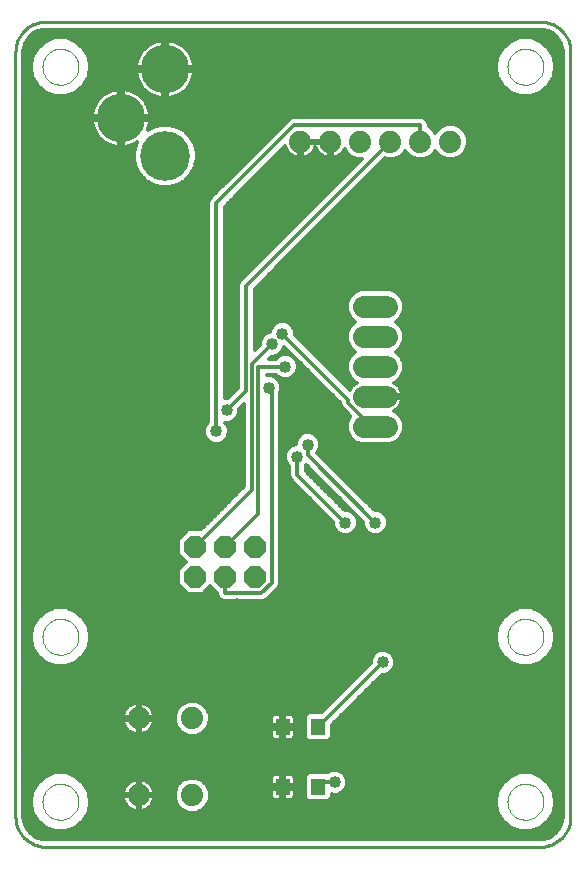
<source format=gtl>
G75*
G70*
%OFA0B0*%
%FSLAX24Y24*%
%IPPOS*%
%LPD*%
%AMOC8*
5,1,8,0,0,1.08239X$1,22.5*
%
%ADD10C,0.0100*%
%ADD11C,0.1660*%
%ADD12C,0.1620*%
%ADD13C,0.0740*%
%ADD14OC8,0.0740*%
%ADD15R,0.0472X0.0551*%
%ADD16C,0.0000*%
%ADD17C,0.0740*%
%ADD18C,0.0120*%
%ADD19C,0.0400*%
D10*
X000160Y001160D02*
X000160Y026660D01*
X000162Y026720D01*
X000167Y026781D01*
X000176Y026840D01*
X000189Y026899D01*
X000205Y026958D01*
X000225Y027015D01*
X000248Y027070D01*
X000275Y027125D01*
X000304Y027177D01*
X000337Y027228D01*
X000373Y027277D01*
X000411Y027323D01*
X000453Y027367D01*
X000497Y027409D01*
X000543Y027447D01*
X000592Y027483D01*
X000643Y027516D01*
X000695Y027545D01*
X000750Y027572D01*
X000805Y027595D01*
X000862Y027615D01*
X000921Y027631D01*
X000980Y027644D01*
X001039Y027653D01*
X001100Y027658D01*
X001160Y027660D01*
X017660Y027660D01*
X017720Y027658D01*
X017781Y027653D01*
X017840Y027644D01*
X017899Y027631D01*
X017958Y027615D01*
X018015Y027595D01*
X018070Y027572D01*
X018125Y027545D01*
X018177Y027516D01*
X018228Y027483D01*
X018277Y027447D01*
X018323Y027409D01*
X018367Y027367D01*
X018409Y027323D01*
X018447Y027277D01*
X018483Y027228D01*
X018516Y027177D01*
X018545Y027125D01*
X018572Y027070D01*
X018595Y027015D01*
X018615Y026958D01*
X018631Y026899D01*
X018644Y026840D01*
X018653Y026781D01*
X018658Y026720D01*
X018660Y026660D01*
X018660Y001160D01*
X018658Y001100D01*
X018653Y001039D01*
X018644Y000980D01*
X018631Y000921D01*
X018615Y000862D01*
X018595Y000805D01*
X018572Y000750D01*
X018545Y000695D01*
X018516Y000643D01*
X018483Y000592D01*
X018447Y000543D01*
X018409Y000497D01*
X018367Y000453D01*
X018323Y000411D01*
X018277Y000373D01*
X018228Y000337D01*
X018177Y000304D01*
X018125Y000275D01*
X018070Y000248D01*
X018015Y000225D01*
X017958Y000205D01*
X017899Y000189D01*
X017840Y000176D01*
X017781Y000167D01*
X017720Y000162D01*
X017660Y000160D01*
X001160Y000160D01*
X001100Y000162D01*
X001039Y000167D01*
X000980Y000176D01*
X000921Y000189D01*
X000862Y000205D01*
X000805Y000225D01*
X000750Y000248D01*
X000695Y000275D01*
X000643Y000304D01*
X000592Y000337D01*
X000543Y000373D01*
X000497Y000411D01*
X000453Y000453D01*
X000411Y000497D01*
X000373Y000543D01*
X000337Y000592D01*
X000304Y000643D01*
X000275Y000695D01*
X000248Y000750D01*
X000225Y000805D01*
X000205Y000862D01*
X000189Y000921D01*
X000176Y000980D01*
X000167Y001039D01*
X000162Y001100D01*
X000160Y001160D01*
D11*
X005160Y023196D03*
D12*
X003679Y024447D03*
X005150Y026079D03*
D13*
X009660Y023660D03*
X010660Y023660D03*
X011660Y023660D03*
X012660Y023660D03*
X013660Y023660D03*
X014660Y023660D03*
X006050Y004440D03*
X006050Y001880D03*
X004270Y001880D03*
X004270Y004440D03*
D14*
X006160Y009160D03*
X006160Y010160D03*
X007160Y010160D03*
X007160Y009160D03*
X008160Y009160D03*
X008160Y010160D03*
D15*
X009069Y004160D03*
X010251Y004160D03*
X010251Y002160D03*
X009069Y002160D03*
D16*
X001060Y001660D02*
X001062Y001709D01*
X001068Y001757D01*
X001078Y001805D01*
X001092Y001852D01*
X001109Y001898D01*
X001130Y001942D01*
X001155Y001984D01*
X001183Y002024D01*
X001215Y002062D01*
X001249Y002097D01*
X001286Y002129D01*
X001325Y002158D01*
X001367Y002184D01*
X001411Y002206D01*
X001456Y002224D01*
X001503Y002239D01*
X001550Y002250D01*
X001599Y002257D01*
X001648Y002260D01*
X001697Y002259D01*
X001745Y002254D01*
X001794Y002245D01*
X001841Y002232D01*
X001887Y002215D01*
X001931Y002195D01*
X001974Y002171D01*
X002015Y002144D01*
X002053Y002113D01*
X002089Y002080D01*
X002121Y002044D01*
X002151Y002005D01*
X002178Y001964D01*
X002201Y001920D01*
X002220Y001875D01*
X002236Y001829D01*
X002248Y001782D01*
X002256Y001733D01*
X002260Y001684D01*
X002260Y001636D01*
X002256Y001587D01*
X002248Y001538D01*
X002236Y001491D01*
X002220Y001445D01*
X002201Y001400D01*
X002178Y001356D01*
X002151Y001315D01*
X002121Y001276D01*
X002089Y001240D01*
X002053Y001207D01*
X002015Y001176D01*
X001974Y001149D01*
X001931Y001125D01*
X001887Y001105D01*
X001841Y001088D01*
X001794Y001075D01*
X001745Y001066D01*
X001697Y001061D01*
X001648Y001060D01*
X001599Y001063D01*
X001550Y001070D01*
X001503Y001081D01*
X001456Y001096D01*
X001411Y001114D01*
X001367Y001136D01*
X001325Y001162D01*
X001286Y001191D01*
X001249Y001223D01*
X001215Y001258D01*
X001183Y001296D01*
X001155Y001336D01*
X001130Y001378D01*
X001109Y001422D01*
X001092Y001468D01*
X001078Y001515D01*
X001068Y001563D01*
X001062Y001611D01*
X001060Y001660D01*
X001060Y007160D02*
X001062Y007209D01*
X001068Y007257D01*
X001078Y007305D01*
X001092Y007352D01*
X001109Y007398D01*
X001130Y007442D01*
X001155Y007484D01*
X001183Y007524D01*
X001215Y007562D01*
X001249Y007597D01*
X001286Y007629D01*
X001325Y007658D01*
X001367Y007684D01*
X001411Y007706D01*
X001456Y007724D01*
X001503Y007739D01*
X001550Y007750D01*
X001599Y007757D01*
X001648Y007760D01*
X001697Y007759D01*
X001745Y007754D01*
X001794Y007745D01*
X001841Y007732D01*
X001887Y007715D01*
X001931Y007695D01*
X001974Y007671D01*
X002015Y007644D01*
X002053Y007613D01*
X002089Y007580D01*
X002121Y007544D01*
X002151Y007505D01*
X002178Y007464D01*
X002201Y007420D01*
X002220Y007375D01*
X002236Y007329D01*
X002248Y007282D01*
X002256Y007233D01*
X002260Y007184D01*
X002260Y007136D01*
X002256Y007087D01*
X002248Y007038D01*
X002236Y006991D01*
X002220Y006945D01*
X002201Y006900D01*
X002178Y006856D01*
X002151Y006815D01*
X002121Y006776D01*
X002089Y006740D01*
X002053Y006707D01*
X002015Y006676D01*
X001974Y006649D01*
X001931Y006625D01*
X001887Y006605D01*
X001841Y006588D01*
X001794Y006575D01*
X001745Y006566D01*
X001697Y006561D01*
X001648Y006560D01*
X001599Y006563D01*
X001550Y006570D01*
X001503Y006581D01*
X001456Y006596D01*
X001411Y006614D01*
X001367Y006636D01*
X001325Y006662D01*
X001286Y006691D01*
X001249Y006723D01*
X001215Y006758D01*
X001183Y006796D01*
X001155Y006836D01*
X001130Y006878D01*
X001109Y006922D01*
X001092Y006968D01*
X001078Y007015D01*
X001068Y007063D01*
X001062Y007111D01*
X001060Y007160D01*
X001060Y026160D02*
X001062Y026209D01*
X001068Y026257D01*
X001078Y026305D01*
X001092Y026352D01*
X001109Y026398D01*
X001130Y026442D01*
X001155Y026484D01*
X001183Y026524D01*
X001215Y026562D01*
X001249Y026597D01*
X001286Y026629D01*
X001325Y026658D01*
X001367Y026684D01*
X001411Y026706D01*
X001456Y026724D01*
X001503Y026739D01*
X001550Y026750D01*
X001599Y026757D01*
X001648Y026760D01*
X001697Y026759D01*
X001745Y026754D01*
X001794Y026745D01*
X001841Y026732D01*
X001887Y026715D01*
X001931Y026695D01*
X001974Y026671D01*
X002015Y026644D01*
X002053Y026613D01*
X002089Y026580D01*
X002121Y026544D01*
X002151Y026505D01*
X002178Y026464D01*
X002201Y026420D01*
X002220Y026375D01*
X002236Y026329D01*
X002248Y026282D01*
X002256Y026233D01*
X002260Y026184D01*
X002260Y026136D01*
X002256Y026087D01*
X002248Y026038D01*
X002236Y025991D01*
X002220Y025945D01*
X002201Y025900D01*
X002178Y025856D01*
X002151Y025815D01*
X002121Y025776D01*
X002089Y025740D01*
X002053Y025707D01*
X002015Y025676D01*
X001974Y025649D01*
X001931Y025625D01*
X001887Y025605D01*
X001841Y025588D01*
X001794Y025575D01*
X001745Y025566D01*
X001697Y025561D01*
X001648Y025560D01*
X001599Y025563D01*
X001550Y025570D01*
X001503Y025581D01*
X001456Y025596D01*
X001411Y025614D01*
X001367Y025636D01*
X001325Y025662D01*
X001286Y025691D01*
X001249Y025723D01*
X001215Y025758D01*
X001183Y025796D01*
X001155Y025836D01*
X001130Y025878D01*
X001109Y025922D01*
X001092Y025968D01*
X001078Y026015D01*
X001068Y026063D01*
X001062Y026111D01*
X001060Y026160D01*
X016560Y026160D02*
X016562Y026209D01*
X016568Y026257D01*
X016578Y026305D01*
X016592Y026352D01*
X016609Y026398D01*
X016630Y026442D01*
X016655Y026484D01*
X016683Y026524D01*
X016715Y026562D01*
X016749Y026597D01*
X016786Y026629D01*
X016825Y026658D01*
X016867Y026684D01*
X016911Y026706D01*
X016956Y026724D01*
X017003Y026739D01*
X017050Y026750D01*
X017099Y026757D01*
X017148Y026760D01*
X017197Y026759D01*
X017245Y026754D01*
X017294Y026745D01*
X017341Y026732D01*
X017387Y026715D01*
X017431Y026695D01*
X017474Y026671D01*
X017515Y026644D01*
X017553Y026613D01*
X017589Y026580D01*
X017621Y026544D01*
X017651Y026505D01*
X017678Y026464D01*
X017701Y026420D01*
X017720Y026375D01*
X017736Y026329D01*
X017748Y026282D01*
X017756Y026233D01*
X017760Y026184D01*
X017760Y026136D01*
X017756Y026087D01*
X017748Y026038D01*
X017736Y025991D01*
X017720Y025945D01*
X017701Y025900D01*
X017678Y025856D01*
X017651Y025815D01*
X017621Y025776D01*
X017589Y025740D01*
X017553Y025707D01*
X017515Y025676D01*
X017474Y025649D01*
X017431Y025625D01*
X017387Y025605D01*
X017341Y025588D01*
X017294Y025575D01*
X017245Y025566D01*
X017197Y025561D01*
X017148Y025560D01*
X017099Y025563D01*
X017050Y025570D01*
X017003Y025581D01*
X016956Y025596D01*
X016911Y025614D01*
X016867Y025636D01*
X016825Y025662D01*
X016786Y025691D01*
X016749Y025723D01*
X016715Y025758D01*
X016683Y025796D01*
X016655Y025836D01*
X016630Y025878D01*
X016609Y025922D01*
X016592Y025968D01*
X016578Y026015D01*
X016568Y026063D01*
X016562Y026111D01*
X016560Y026160D01*
X016560Y007160D02*
X016562Y007209D01*
X016568Y007257D01*
X016578Y007305D01*
X016592Y007352D01*
X016609Y007398D01*
X016630Y007442D01*
X016655Y007484D01*
X016683Y007524D01*
X016715Y007562D01*
X016749Y007597D01*
X016786Y007629D01*
X016825Y007658D01*
X016867Y007684D01*
X016911Y007706D01*
X016956Y007724D01*
X017003Y007739D01*
X017050Y007750D01*
X017099Y007757D01*
X017148Y007760D01*
X017197Y007759D01*
X017245Y007754D01*
X017294Y007745D01*
X017341Y007732D01*
X017387Y007715D01*
X017431Y007695D01*
X017474Y007671D01*
X017515Y007644D01*
X017553Y007613D01*
X017589Y007580D01*
X017621Y007544D01*
X017651Y007505D01*
X017678Y007464D01*
X017701Y007420D01*
X017720Y007375D01*
X017736Y007329D01*
X017748Y007282D01*
X017756Y007233D01*
X017760Y007184D01*
X017760Y007136D01*
X017756Y007087D01*
X017748Y007038D01*
X017736Y006991D01*
X017720Y006945D01*
X017701Y006900D01*
X017678Y006856D01*
X017651Y006815D01*
X017621Y006776D01*
X017589Y006740D01*
X017553Y006707D01*
X017515Y006676D01*
X017474Y006649D01*
X017431Y006625D01*
X017387Y006605D01*
X017341Y006588D01*
X017294Y006575D01*
X017245Y006566D01*
X017197Y006561D01*
X017148Y006560D01*
X017099Y006563D01*
X017050Y006570D01*
X017003Y006581D01*
X016956Y006596D01*
X016911Y006614D01*
X016867Y006636D01*
X016825Y006662D01*
X016786Y006691D01*
X016749Y006723D01*
X016715Y006758D01*
X016683Y006796D01*
X016655Y006836D01*
X016630Y006878D01*
X016609Y006922D01*
X016592Y006968D01*
X016578Y007015D01*
X016568Y007063D01*
X016562Y007111D01*
X016560Y007160D01*
X016560Y001660D02*
X016562Y001709D01*
X016568Y001757D01*
X016578Y001805D01*
X016592Y001852D01*
X016609Y001898D01*
X016630Y001942D01*
X016655Y001984D01*
X016683Y002024D01*
X016715Y002062D01*
X016749Y002097D01*
X016786Y002129D01*
X016825Y002158D01*
X016867Y002184D01*
X016911Y002206D01*
X016956Y002224D01*
X017003Y002239D01*
X017050Y002250D01*
X017099Y002257D01*
X017148Y002260D01*
X017197Y002259D01*
X017245Y002254D01*
X017294Y002245D01*
X017341Y002232D01*
X017387Y002215D01*
X017431Y002195D01*
X017474Y002171D01*
X017515Y002144D01*
X017553Y002113D01*
X017589Y002080D01*
X017621Y002044D01*
X017651Y002005D01*
X017678Y001964D01*
X017701Y001920D01*
X017720Y001875D01*
X017736Y001829D01*
X017748Y001782D01*
X017756Y001733D01*
X017760Y001684D01*
X017760Y001636D01*
X017756Y001587D01*
X017748Y001538D01*
X017736Y001491D01*
X017720Y001445D01*
X017701Y001400D01*
X017678Y001356D01*
X017651Y001315D01*
X017621Y001276D01*
X017589Y001240D01*
X017553Y001207D01*
X017515Y001176D01*
X017474Y001149D01*
X017431Y001125D01*
X017387Y001105D01*
X017341Y001088D01*
X017294Y001075D01*
X017245Y001066D01*
X017197Y001061D01*
X017148Y001060D01*
X017099Y001063D01*
X017050Y001070D01*
X017003Y001081D01*
X016956Y001096D01*
X016911Y001114D01*
X016867Y001136D01*
X016825Y001162D01*
X016786Y001191D01*
X016749Y001223D01*
X016715Y001258D01*
X016683Y001296D01*
X016655Y001336D01*
X016630Y001378D01*
X016609Y001422D01*
X016592Y001468D01*
X016578Y001515D01*
X016568Y001563D01*
X016562Y001611D01*
X016560Y001660D01*
D17*
X012530Y014160D02*
X011790Y014160D01*
X011790Y015160D02*
X012530Y015160D01*
X012530Y016160D02*
X011790Y016160D01*
X011790Y017160D02*
X012530Y017160D01*
X012530Y018160D02*
X011790Y018160D01*
D18*
X000501Y000824D02*
X000637Y000637D01*
X000824Y000501D01*
X001044Y000429D01*
X001160Y000420D01*
X017660Y000420D01*
X017776Y000429D01*
X017996Y000501D01*
X018183Y000637D01*
X018319Y000824D01*
X018391Y001044D01*
X018400Y001160D01*
X018400Y026660D01*
X018391Y026776D01*
X018319Y026996D01*
X018183Y027183D01*
X017996Y027319D01*
X017776Y027391D01*
X017660Y027400D01*
X001160Y027400D01*
X001044Y027391D01*
X000824Y027319D01*
X000637Y027183D01*
X000501Y026996D01*
X000429Y026776D01*
X000420Y026660D01*
X000420Y001160D01*
X000429Y001044D01*
X000501Y000824D01*
X000485Y000871D02*
X001076Y000871D01*
X001162Y000798D02*
X000898Y001020D01*
X000898Y001020D01*
X000725Y001320D01*
X000725Y001320D01*
X000665Y001660D01*
X000665Y001660D01*
X000725Y002000D01*
X000725Y002000D01*
X000898Y002300D01*
X000898Y002300D01*
X001162Y002522D01*
X001487Y002640D01*
X001487Y002640D01*
X001833Y002640D01*
X002158Y002522D01*
X002158Y002522D01*
X002422Y002300D01*
X002422Y002300D01*
X002595Y002000D01*
X002595Y002000D01*
X002655Y001660D01*
X002655Y001660D01*
X002595Y001320D01*
X002595Y001320D01*
X002422Y001020D01*
X002422Y001020D01*
X002422Y001020D01*
X002158Y000798D01*
X002158Y000798D01*
X001833Y000680D01*
X001610Y000680D01*
X001487Y000680D01*
X001162Y000798D01*
X001162Y000798D01*
X001288Y000753D02*
X000553Y000753D01*
X000641Y000634D02*
X018179Y000634D01*
X018267Y000753D02*
X017532Y000753D01*
X017658Y000798D02*
X017658Y000798D01*
X017922Y001020D01*
X017922Y001020D01*
X017922Y001020D01*
X018095Y001320D01*
X018155Y001660D01*
X018095Y002000D01*
X018095Y002000D01*
X017922Y002300D01*
X017658Y002522D01*
X017658Y002522D01*
X017333Y002640D01*
X016987Y002640D01*
X016662Y002522D01*
X016398Y002300D01*
X016398Y002300D01*
X016225Y002000D01*
X016165Y001660D01*
X016225Y001320D01*
X016225Y001320D01*
X016398Y001020D01*
X016662Y000798D01*
X016662Y000798D01*
X016987Y000680D01*
X017210Y000680D01*
X017333Y000680D01*
X017658Y000798D01*
X017744Y000871D02*
X018335Y000871D01*
X018373Y000990D02*
X017886Y000990D01*
X017973Y001108D02*
X018396Y001108D01*
X018400Y001227D02*
X018041Y001227D01*
X018095Y001320D02*
X018095Y001320D01*
X018100Y001345D02*
X018400Y001345D01*
X018400Y001464D02*
X018120Y001464D01*
X018141Y001582D02*
X018400Y001582D01*
X018400Y001701D02*
X018148Y001701D01*
X018155Y001660D02*
X018155Y001660D01*
X018127Y001819D02*
X018400Y001819D01*
X018400Y001938D02*
X018106Y001938D01*
X018063Y002056D02*
X018400Y002056D01*
X018400Y002175D02*
X017995Y002175D01*
X017926Y002293D02*
X018400Y002293D01*
X018400Y002412D02*
X017789Y002412D01*
X017922Y002300D02*
X017922Y002300D01*
X017635Y002530D02*
X018400Y002530D01*
X018400Y002649D02*
X011051Y002649D01*
X011042Y002658D02*
X010892Y002720D01*
X010728Y002720D01*
X010578Y002658D01*
X010566Y002646D01*
X009927Y002646D01*
X009804Y002523D01*
X009804Y001797D01*
X009927Y001674D01*
X010574Y001674D01*
X010697Y001797D01*
X010697Y001913D01*
X010728Y001900D01*
X010892Y001900D01*
X011042Y001962D01*
X011158Y002078D01*
X011220Y002228D01*
X011220Y002392D01*
X011158Y002542D01*
X011042Y002658D01*
X011163Y002530D02*
X016685Y002530D01*
X016662Y002522D02*
X016662Y002522D01*
X016531Y002412D02*
X011212Y002412D01*
X011220Y002293D02*
X016394Y002293D01*
X016398Y002300D02*
X016398Y002300D01*
X016325Y002175D02*
X011198Y002175D01*
X011136Y002056D02*
X016257Y002056D01*
X016225Y002000D02*
X016225Y002000D01*
X016214Y001938D02*
X010982Y001938D01*
X010810Y002310D02*
X010260Y002310D01*
X010260Y002160D01*
X010251Y002160D01*
X009804Y002175D02*
X009128Y002175D01*
X009128Y002218D02*
X009466Y002218D01*
X009466Y002457D01*
X009455Y002497D01*
X009434Y002534D01*
X009404Y002564D01*
X009367Y002585D01*
X009327Y002596D01*
X009128Y002596D01*
X009128Y002218D01*
X009128Y002102D01*
X009466Y002102D01*
X009466Y001863D01*
X009455Y001823D01*
X009434Y001786D01*
X009404Y001756D01*
X009367Y001735D01*
X009327Y001724D01*
X009128Y001724D01*
X009128Y002102D01*
X009011Y002102D01*
X008673Y002102D01*
X008673Y001863D01*
X008684Y001823D01*
X008705Y001786D01*
X008735Y001756D01*
X008771Y001735D01*
X008812Y001724D01*
X009011Y001724D01*
X009011Y002102D01*
X009011Y002218D01*
X008673Y002218D01*
X008673Y002457D01*
X008684Y002497D01*
X008705Y002534D01*
X008735Y002564D01*
X008771Y002585D01*
X008812Y002596D01*
X009011Y002596D01*
X009011Y002218D01*
X009128Y002218D01*
X009128Y002293D02*
X009011Y002293D01*
X009011Y002175D02*
X006556Y002175D01*
X006542Y002209D02*
X006379Y002372D01*
X006165Y002460D01*
X005935Y002460D01*
X005721Y002372D01*
X005558Y002209D01*
X005470Y001995D01*
X005470Y001765D01*
X005558Y001551D01*
X005721Y001388D01*
X005935Y001300D01*
X006165Y001300D01*
X006379Y001388D01*
X006542Y001551D01*
X006630Y001765D01*
X006630Y001995D01*
X006542Y002209D01*
X006457Y002293D02*
X008673Y002293D01*
X008673Y002412D02*
X006282Y002412D01*
X006605Y002056D02*
X008673Y002056D01*
X008673Y001938D02*
X006630Y001938D01*
X006630Y001819D02*
X008686Y001819D01*
X009011Y001819D02*
X009128Y001819D01*
X009128Y001938D02*
X009011Y001938D01*
X009011Y002056D02*
X009128Y002056D01*
X009128Y002412D02*
X009011Y002412D01*
X009011Y002530D02*
X009128Y002530D01*
X009436Y002530D02*
X009812Y002530D01*
X009804Y002412D02*
X009466Y002412D01*
X009466Y002293D02*
X009804Y002293D01*
X009804Y002056D02*
X009466Y002056D01*
X009466Y001938D02*
X009804Y001938D01*
X009804Y001819D02*
X009453Y001819D01*
X009901Y001701D02*
X006603Y001701D01*
X006554Y001582D02*
X016179Y001582D01*
X016165Y001660D02*
X016165Y001660D01*
X016172Y001701D02*
X010600Y001701D01*
X010697Y001819D02*
X016193Y001819D01*
X016200Y001464D02*
X006454Y001464D01*
X006274Y001345D02*
X016220Y001345D01*
X016279Y001227D02*
X002541Y001227D01*
X002600Y001345D02*
X005826Y001345D01*
X005646Y001464D02*
X004598Y001464D01*
X004615Y001476D02*
X004674Y001535D01*
X004723Y001602D01*
X004761Y001677D01*
X004787Y001756D01*
X004800Y001838D01*
X004800Y001840D01*
X004310Y001840D01*
X004310Y001920D01*
X004230Y001920D01*
X004230Y002410D01*
X004228Y002410D01*
X004146Y002397D01*
X004067Y002371D01*
X003992Y002333D01*
X003925Y002284D01*
X003866Y002225D01*
X003817Y002158D01*
X003779Y002083D01*
X003753Y002004D01*
X003740Y001922D01*
X003740Y001920D01*
X004230Y001920D01*
X004230Y001840D01*
X003740Y001840D01*
X003740Y001838D01*
X003753Y001756D01*
X003779Y001677D01*
X003817Y001602D01*
X003866Y001535D01*
X003925Y001476D01*
X003992Y001427D01*
X004067Y001389D01*
X004146Y001363D01*
X004228Y001350D01*
X004230Y001350D01*
X004230Y001840D01*
X004310Y001840D01*
X004310Y001350D01*
X004312Y001350D01*
X004394Y001363D01*
X004473Y001389D01*
X004548Y001427D01*
X004615Y001476D01*
X004709Y001582D02*
X005546Y001582D01*
X005497Y001701D02*
X004769Y001701D01*
X004797Y001819D02*
X005470Y001819D01*
X005470Y001938D02*
X004797Y001938D01*
X004800Y001922D02*
X004787Y002004D01*
X004761Y002083D01*
X004723Y002158D01*
X004674Y002225D01*
X004615Y002284D01*
X004548Y002333D01*
X004473Y002371D01*
X004394Y002397D01*
X004312Y002410D01*
X004310Y002410D01*
X004310Y001920D01*
X004800Y001920D01*
X004800Y001922D01*
X004770Y002056D02*
X005495Y002056D01*
X005544Y002175D02*
X004711Y002175D01*
X004603Y002293D02*
X005643Y002293D01*
X005818Y002412D02*
X002289Y002412D01*
X002426Y002293D02*
X003937Y002293D01*
X003829Y002175D02*
X002495Y002175D01*
X002563Y002056D02*
X003770Y002056D01*
X003743Y001938D02*
X002606Y001938D01*
X002627Y001819D02*
X003743Y001819D01*
X003771Y001701D02*
X002648Y001701D01*
X002641Y001582D02*
X003831Y001582D01*
X003942Y001464D02*
X002620Y001464D01*
X002473Y001108D02*
X016347Y001108D01*
X016398Y001020D02*
X016398Y001020D01*
X016434Y000990D02*
X002386Y000990D01*
X002244Y000871D02*
X016576Y000871D01*
X016788Y000753D02*
X002032Y000753D01*
X000934Y000990D02*
X000447Y000990D01*
X000424Y001108D02*
X000847Y001108D01*
X000779Y001227D02*
X000420Y001227D01*
X000420Y001345D02*
X000720Y001345D01*
X000700Y001464D02*
X000420Y001464D01*
X000420Y001582D02*
X000679Y001582D01*
X000672Y001701D02*
X000420Y001701D01*
X000420Y001819D02*
X000693Y001819D01*
X000714Y001938D02*
X000420Y001938D01*
X000420Y002056D02*
X000757Y002056D01*
X000825Y002175D02*
X000420Y002175D01*
X000420Y002293D02*
X000894Y002293D01*
X001031Y002412D02*
X000420Y002412D01*
X000420Y002530D02*
X001185Y002530D01*
X000420Y002649D02*
X010569Y002649D01*
X010574Y003674D02*
X010697Y003797D01*
X010697Y004215D01*
X012382Y005900D01*
X012492Y005900D01*
X012642Y005962D01*
X012758Y006078D01*
X012820Y006228D01*
X012820Y006392D01*
X012758Y006542D01*
X012642Y006658D01*
X012492Y006720D01*
X012328Y006720D01*
X012178Y006658D01*
X012062Y006542D01*
X012000Y006392D01*
X012000Y006282D01*
X010364Y004646D01*
X009927Y004646D01*
X009804Y004523D01*
X009804Y003797D01*
X009927Y003674D01*
X010574Y003674D01*
X010614Y003715D02*
X018400Y003715D01*
X018400Y003597D02*
X000420Y003597D01*
X000420Y003715D02*
X009887Y003715D01*
X009804Y003834D02*
X009458Y003834D01*
X009455Y003823D02*
X009466Y003863D01*
X009466Y004102D01*
X009128Y004102D01*
X009128Y004218D01*
X009466Y004218D01*
X009466Y004457D01*
X009455Y004497D01*
X009434Y004534D01*
X009404Y004564D01*
X009367Y004585D01*
X009327Y004596D01*
X009128Y004596D01*
X009128Y004218D01*
X009011Y004218D01*
X009011Y004102D01*
X008673Y004102D01*
X008673Y003863D01*
X008684Y003823D01*
X008705Y003786D01*
X008735Y003756D01*
X008771Y003735D01*
X008812Y003724D01*
X009011Y003724D01*
X009011Y004102D01*
X009128Y004102D01*
X009128Y003724D01*
X009327Y003724D01*
X009367Y003735D01*
X009404Y003756D01*
X009434Y003786D01*
X009455Y003823D01*
X009466Y003952D02*
X009804Y003952D01*
X009804Y004071D02*
X009466Y004071D01*
X009466Y004308D02*
X009804Y004308D01*
X009804Y004426D02*
X009466Y004426D01*
X009423Y004545D02*
X009826Y004545D01*
X009804Y004189D02*
X009128Y004189D01*
X009069Y004160D02*
X009060Y004160D01*
X009060Y006760D01*
X007560Y008260D01*
X007160Y008610D02*
X007160Y009160D01*
X007160Y008610D02*
X008360Y008610D01*
X008710Y008960D01*
X008710Y015360D01*
X008610Y015460D01*
X008530Y015870D02*
X008530Y015890D01*
X008850Y015890D01*
X008928Y015812D01*
X009078Y015750D01*
X009242Y015750D01*
X009392Y015812D01*
X009508Y015928D01*
X009570Y016078D01*
X009570Y016242D01*
X009508Y016392D01*
X009392Y016508D01*
X009242Y016570D01*
X009078Y016570D01*
X008928Y016508D01*
X008850Y016430D01*
X008612Y016430D01*
X008682Y016500D01*
X008792Y016500D01*
X008942Y016562D01*
X009058Y016678D01*
X009117Y016821D01*
X010990Y014948D01*
X010990Y014906D01*
X011031Y014807D01*
X011324Y014514D01*
X011298Y014489D01*
X011210Y014275D01*
X011210Y014045D01*
X011298Y013831D01*
X011461Y013668D01*
X011675Y013580D01*
X012645Y013580D01*
X012859Y013668D01*
X013022Y013831D01*
X013110Y014045D01*
X013110Y014275D01*
X013022Y014489D01*
X012859Y014652D01*
X012771Y014688D01*
X012808Y014707D01*
X012875Y014756D01*
X012934Y014815D01*
X012983Y014882D01*
X013021Y014957D01*
X013047Y015036D01*
X013059Y015110D01*
X012210Y015110D01*
X012210Y015210D01*
X013059Y015210D01*
X013047Y015284D01*
X013021Y015363D01*
X012983Y015438D01*
X012934Y015505D01*
X012875Y015564D01*
X012808Y015613D01*
X012771Y015632D01*
X012859Y015668D01*
X013022Y015831D01*
X013110Y016045D01*
X013110Y016275D01*
X013022Y016489D01*
X012859Y016652D01*
X012839Y016660D01*
X012859Y016668D01*
X013022Y016831D01*
X013110Y017045D01*
X013110Y017275D01*
X013022Y017489D01*
X012859Y017652D01*
X012839Y017660D01*
X012859Y017668D01*
X013022Y017831D01*
X013110Y018045D01*
X013110Y018275D01*
X013022Y018489D01*
X012859Y018652D01*
X012645Y018740D01*
X011675Y018740D01*
X011461Y018652D01*
X011298Y018489D01*
X011210Y018275D01*
X011210Y018045D01*
X011298Y017831D01*
X011461Y017668D01*
X011481Y017660D01*
X011461Y017652D01*
X011298Y017489D01*
X011210Y017275D01*
X011210Y017045D01*
X011298Y016831D01*
X011461Y016668D01*
X011481Y016660D01*
X011461Y016652D01*
X011298Y016489D01*
X011210Y016275D01*
X011210Y016045D01*
X011298Y015831D01*
X011461Y015668D01*
X011549Y015632D01*
X011512Y015613D01*
X011445Y015564D01*
X011386Y015505D01*
X011337Y015438D01*
X011312Y015390D01*
X009470Y017232D01*
X009470Y017342D01*
X009408Y017492D01*
X009292Y017608D01*
X009142Y017670D01*
X008978Y017670D01*
X008828Y017608D01*
X008712Y017492D01*
X008650Y017342D01*
X008650Y017320D01*
X008628Y017320D01*
X008478Y017258D01*
X008362Y017142D01*
X008300Y016992D01*
X008300Y016882D01*
X008130Y016712D01*
X008130Y018748D01*
X012486Y023104D01*
X012545Y023080D01*
X012775Y023080D01*
X012989Y023168D01*
X013152Y023331D01*
X013160Y023351D01*
X013168Y023331D01*
X013331Y023168D01*
X013545Y023080D01*
X013775Y023080D01*
X013989Y023168D01*
X014152Y023331D01*
X014160Y023351D01*
X014168Y023331D01*
X014331Y023168D01*
X014545Y023080D01*
X014775Y023080D01*
X014989Y023168D01*
X015152Y023331D01*
X015240Y023545D01*
X015240Y023775D01*
X015152Y023989D01*
X014989Y024152D01*
X014775Y024240D01*
X014545Y024240D01*
X014331Y024152D01*
X014168Y023989D01*
X014160Y023969D01*
X014152Y023989D01*
X013989Y024152D01*
X013930Y024176D01*
X013930Y024264D01*
X013889Y024363D01*
X013813Y024439D01*
X013714Y024480D01*
X009406Y024480D01*
X009307Y024439D01*
X009231Y024363D01*
X006707Y021839D01*
X006631Y021763D01*
X006590Y021664D01*
X006590Y014320D01*
X006512Y014242D01*
X006450Y014092D01*
X006450Y013928D01*
X006512Y013778D01*
X006628Y013662D01*
X006778Y013600D01*
X006942Y013600D01*
X007092Y013662D01*
X007208Y013778D01*
X007270Y013928D01*
X007270Y014092D01*
X007208Y014242D01*
X007150Y014300D01*
X007292Y014300D01*
X007442Y014362D01*
X007558Y014478D01*
X007620Y014628D01*
X007620Y014738D01*
X007790Y014908D01*
X007790Y012172D01*
X006358Y010740D01*
X005920Y010740D01*
X005580Y010400D01*
X005580Y009920D01*
X005840Y009660D01*
X005580Y009400D01*
X005580Y008920D01*
X005920Y008580D01*
X006400Y008580D01*
X006660Y008840D01*
X006890Y008610D01*
X006890Y008556D01*
X006931Y008457D01*
X007007Y008381D01*
X007106Y008340D01*
X008414Y008340D01*
X008513Y008381D01*
X008589Y008457D01*
X008939Y008807D01*
X008980Y008906D01*
X008980Y015282D01*
X009020Y015378D01*
X009020Y015542D01*
X008958Y015692D01*
X008842Y015808D01*
X008692Y015870D01*
X008530Y015870D01*
X008848Y015802D02*
X008953Y015802D01*
X008961Y015684D02*
X010255Y015684D01*
X010136Y015802D02*
X009367Y015802D01*
X009500Y015921D02*
X010018Y015921D01*
X009899Y016039D02*
X009554Y016039D01*
X009570Y016158D02*
X009781Y016158D01*
X009662Y016276D02*
X009556Y016276D01*
X009544Y016395D02*
X009505Y016395D01*
X009425Y016513D02*
X009379Y016513D01*
X009307Y016632D02*
X009011Y016632D01*
X008941Y016513D02*
X008823Y016513D01*
X008710Y016910D02*
X008060Y016260D01*
X008060Y012060D01*
X006160Y010160D01*
X005741Y009759D02*
X000420Y009759D01*
X000420Y009877D02*
X005623Y009877D01*
X005580Y009996D02*
X000420Y009996D01*
X000420Y010114D02*
X005580Y010114D01*
X005580Y010233D02*
X000420Y010233D01*
X000420Y010351D02*
X005580Y010351D01*
X005649Y010470D02*
X000420Y010470D01*
X000420Y010588D02*
X005768Y010588D01*
X005886Y010707D02*
X000420Y010707D01*
X000420Y010825D02*
X006443Y010825D01*
X006562Y010944D02*
X000420Y010944D01*
X000420Y011062D02*
X006680Y011062D01*
X006799Y011181D02*
X000420Y011181D01*
X000420Y011299D02*
X006917Y011299D01*
X007036Y011418D02*
X000420Y011418D01*
X000420Y011536D02*
X007154Y011536D01*
X007273Y011655D02*
X000420Y011655D01*
X000420Y011773D02*
X007391Y011773D01*
X007510Y011892D02*
X000420Y011892D01*
X000420Y012010D02*
X007628Y012010D01*
X007747Y012129D02*
X000420Y012129D01*
X000420Y012247D02*
X007790Y012247D01*
X007790Y012366D02*
X000420Y012366D01*
X000420Y012484D02*
X007790Y012484D01*
X007790Y012603D02*
X000420Y012603D01*
X000420Y012721D02*
X007790Y012721D01*
X007790Y012840D02*
X000420Y012840D01*
X000420Y012958D02*
X007790Y012958D01*
X007790Y013077D02*
X000420Y013077D01*
X000420Y013195D02*
X007790Y013195D01*
X007790Y013314D02*
X000420Y013314D01*
X000420Y013432D02*
X007790Y013432D01*
X007790Y013551D02*
X000420Y013551D01*
X000420Y013669D02*
X006621Y013669D01*
X006508Y013788D02*
X000420Y013788D01*
X000420Y013906D02*
X006459Y013906D01*
X006450Y014025D02*
X000420Y014025D01*
X000420Y014143D02*
X006471Y014143D01*
X006532Y014262D02*
X000420Y014262D01*
X000420Y014380D02*
X006590Y014380D01*
X006590Y014499D02*
X000420Y014499D01*
X000420Y014617D02*
X006590Y014617D01*
X006590Y014736D02*
X000420Y014736D01*
X000420Y014854D02*
X006590Y014854D01*
X006590Y014973D02*
X000420Y014973D01*
X000420Y015091D02*
X006590Y015091D01*
X006590Y015210D02*
X000420Y015210D01*
X000420Y015328D02*
X006590Y015328D01*
X006590Y015447D02*
X000420Y015447D01*
X000420Y015565D02*
X006590Y015565D01*
X006590Y015684D02*
X000420Y015684D01*
X000420Y015802D02*
X006590Y015802D01*
X006590Y015921D02*
X000420Y015921D01*
X000420Y016039D02*
X006590Y016039D01*
X006590Y016158D02*
X000420Y016158D01*
X000420Y016276D02*
X006590Y016276D01*
X006590Y016395D02*
X000420Y016395D01*
X000420Y016513D02*
X006590Y016513D01*
X006590Y016632D02*
X000420Y016632D01*
X000420Y016750D02*
X006590Y016750D01*
X006590Y016869D02*
X000420Y016869D01*
X000420Y016987D02*
X006590Y016987D01*
X006590Y017106D02*
X000420Y017106D01*
X000420Y017224D02*
X006590Y017224D01*
X006590Y017343D02*
X000420Y017343D01*
X000420Y017461D02*
X006590Y017461D01*
X006590Y017580D02*
X000420Y017580D01*
X000420Y017698D02*
X006590Y017698D01*
X006590Y017817D02*
X000420Y017817D01*
X000420Y017935D02*
X006590Y017935D01*
X006590Y018054D02*
X000420Y018054D01*
X000420Y018172D02*
X006590Y018172D01*
X006590Y018291D02*
X000420Y018291D01*
X000420Y018409D02*
X006590Y018409D01*
X006590Y018528D02*
X000420Y018528D01*
X000420Y018646D02*
X006590Y018646D01*
X006590Y018765D02*
X000420Y018765D01*
X000420Y018883D02*
X006590Y018883D01*
X006590Y019002D02*
X000420Y019002D01*
X000420Y019120D02*
X006590Y019120D01*
X006590Y019239D02*
X000420Y019239D01*
X000420Y019357D02*
X006590Y019357D01*
X006590Y019476D02*
X000420Y019476D01*
X000420Y019594D02*
X006590Y019594D01*
X006590Y019713D02*
X000420Y019713D01*
X000420Y019831D02*
X006590Y019831D01*
X006590Y019950D02*
X000420Y019950D01*
X000420Y020068D02*
X006590Y020068D01*
X006590Y020187D02*
X000420Y020187D01*
X000420Y020305D02*
X006590Y020305D01*
X006590Y020424D02*
X000420Y020424D01*
X000420Y020542D02*
X006590Y020542D01*
X006590Y020661D02*
X000420Y020661D01*
X000420Y020779D02*
X006590Y020779D01*
X006590Y020898D02*
X000420Y020898D01*
X000420Y021016D02*
X006590Y021016D01*
X006590Y021135D02*
X000420Y021135D01*
X000420Y021253D02*
X006590Y021253D01*
X006590Y021372D02*
X000420Y021372D01*
X000420Y021490D02*
X006590Y021490D01*
X006590Y021609D02*
X000420Y021609D01*
X000420Y021727D02*
X006616Y021727D01*
X006707Y021839D02*
X006707Y021839D01*
X006714Y021846D02*
X000420Y021846D01*
X000420Y021964D02*
X006832Y021964D01*
X006951Y022083D02*
X000420Y022083D01*
X000420Y022201D02*
X004856Y022201D01*
X004759Y022227D02*
X005023Y022156D01*
X005297Y022156D01*
X005561Y022227D01*
X005799Y022364D01*
X005992Y022558D01*
X006129Y022795D01*
X006200Y023059D01*
X006200Y023333D01*
X006129Y023598D01*
X005992Y023835D01*
X005799Y024028D01*
X005561Y024165D01*
X005297Y024236D01*
X005023Y024236D01*
X004759Y024165D01*
X004566Y024054D01*
X004577Y024076D01*
X004613Y024178D01*
X004637Y024285D01*
X004648Y024387D01*
X003739Y024387D01*
X003739Y023478D01*
X003842Y023490D01*
X003948Y023514D01*
X004051Y023550D01*
X004149Y023597D01*
X004214Y023638D01*
X004191Y023598D01*
X004120Y023333D01*
X004120Y023059D01*
X004191Y022795D01*
X004328Y022558D01*
X004521Y022364D01*
X004759Y022227D01*
X004599Y022320D02*
X000420Y022320D01*
X000420Y022438D02*
X004448Y022438D01*
X004329Y022557D02*
X000420Y022557D01*
X000420Y022675D02*
X004260Y022675D01*
X004192Y022794D02*
X000420Y022794D01*
X000420Y022912D02*
X004160Y022912D01*
X004128Y023031D02*
X000420Y023031D01*
X000420Y023149D02*
X004120Y023149D01*
X004120Y023268D02*
X000420Y023268D01*
X000420Y023386D02*
X004134Y023386D01*
X004166Y023505D02*
X003907Y023505D01*
X003739Y023505D02*
X003619Y023505D01*
X003619Y023478D02*
X003619Y024387D01*
X003739Y024387D01*
X003739Y024507D01*
X004648Y024507D01*
X004637Y024610D01*
X004613Y024716D01*
X004577Y024819D01*
X004529Y024917D01*
X004471Y025010D01*
X004403Y025095D01*
X004326Y025172D01*
X004241Y025240D01*
X004149Y025298D01*
X004051Y025345D01*
X003948Y025381D01*
X003842Y025405D01*
X003739Y025417D01*
X003739Y024507D01*
X003619Y024507D01*
X003619Y024387D01*
X002710Y024387D01*
X002721Y024285D01*
X002745Y024178D01*
X002781Y024076D01*
X002829Y023977D01*
X002887Y023885D01*
X002955Y023800D01*
X003032Y023723D01*
X003117Y023655D01*
X003209Y023597D01*
X003307Y023550D01*
X003410Y023514D01*
X003516Y023490D01*
X003619Y023478D01*
X003619Y023623D02*
X003739Y023623D01*
X003739Y023742D02*
X003619Y023742D01*
X003619Y023860D02*
X003739Y023860D01*
X003739Y023979D02*
X003619Y023979D01*
X003619Y024097D02*
X003739Y024097D01*
X003739Y024216D02*
X003619Y024216D01*
X003619Y024334D02*
X003739Y024334D01*
X003739Y024453D02*
X009340Y024453D01*
X009231Y024363D02*
X009231Y024363D01*
X009202Y024334D02*
X004642Y024334D01*
X004621Y024216D02*
X004946Y024216D01*
X004640Y024097D02*
X004584Y024097D01*
X004641Y024571D02*
X018400Y024571D01*
X018400Y024453D02*
X013780Y024453D01*
X013901Y024334D02*
X018400Y024334D01*
X018400Y024216D02*
X014834Y024216D01*
X015043Y024097D02*
X018400Y024097D01*
X018400Y023979D02*
X015156Y023979D01*
X015205Y023860D02*
X018400Y023860D01*
X018400Y023742D02*
X015240Y023742D01*
X015240Y023623D02*
X018400Y023623D01*
X018400Y023505D02*
X015223Y023505D01*
X015174Y023386D02*
X018400Y023386D01*
X018400Y023268D02*
X015088Y023268D01*
X014942Y023149D02*
X018400Y023149D01*
X018400Y023031D02*
X012412Y023031D01*
X012294Y022912D02*
X018400Y022912D01*
X018400Y022794D02*
X012175Y022794D01*
X012057Y022675D02*
X018400Y022675D01*
X018400Y022557D02*
X011938Y022557D01*
X011820Y022438D02*
X018400Y022438D01*
X018400Y022320D02*
X011701Y022320D01*
X011583Y022201D02*
X018400Y022201D01*
X018400Y022083D02*
X011464Y022083D01*
X011346Y021964D02*
X018400Y021964D01*
X018400Y021846D02*
X011227Y021846D01*
X011109Y021727D02*
X018400Y021727D01*
X018400Y021609D02*
X010990Y021609D01*
X010872Y021490D02*
X018400Y021490D01*
X018400Y021372D02*
X010753Y021372D01*
X010635Y021253D02*
X018400Y021253D01*
X018400Y021135D02*
X010516Y021135D01*
X010398Y021016D02*
X018400Y021016D01*
X018400Y020898D02*
X010279Y020898D01*
X010161Y020779D02*
X018400Y020779D01*
X018400Y020661D02*
X010042Y020661D01*
X009924Y020542D02*
X018400Y020542D01*
X018400Y020424D02*
X009805Y020424D01*
X009687Y020305D02*
X018400Y020305D01*
X018400Y020187D02*
X009568Y020187D01*
X009450Y020068D02*
X018400Y020068D01*
X018400Y019950D02*
X009331Y019950D01*
X009213Y019831D02*
X018400Y019831D01*
X018400Y019713D02*
X009094Y019713D01*
X008976Y019594D02*
X018400Y019594D01*
X018400Y019476D02*
X008857Y019476D01*
X008739Y019357D02*
X018400Y019357D01*
X018400Y019239D02*
X008620Y019239D01*
X008502Y019120D02*
X018400Y019120D01*
X018400Y019002D02*
X008383Y019002D01*
X008265Y018883D02*
X018400Y018883D01*
X018400Y018765D02*
X008146Y018765D01*
X008130Y018646D02*
X011456Y018646D01*
X011337Y018528D02*
X008130Y018528D01*
X008130Y018409D02*
X011265Y018409D01*
X011216Y018291D02*
X008130Y018291D01*
X008130Y018172D02*
X011210Y018172D01*
X011210Y018054D02*
X008130Y018054D01*
X008130Y017935D02*
X011255Y017935D01*
X011313Y017817D02*
X008130Y017817D01*
X008130Y017698D02*
X011432Y017698D01*
X011389Y017580D02*
X009320Y017580D01*
X009421Y017461D02*
X011287Y017461D01*
X011238Y017343D02*
X009470Y017343D01*
X009478Y017224D02*
X011210Y017224D01*
X011210Y017106D02*
X009596Y017106D01*
X009715Y016987D02*
X011234Y016987D01*
X011283Y016869D02*
X009833Y016869D01*
X009952Y016750D02*
X011380Y016750D01*
X011441Y016632D02*
X010070Y016632D01*
X010189Y016513D02*
X011323Y016513D01*
X011259Y016395D02*
X010307Y016395D01*
X010426Y016276D02*
X011210Y016276D01*
X011210Y016158D02*
X010544Y016158D01*
X010663Y016039D02*
X011212Y016039D01*
X011261Y015921D02*
X010781Y015921D01*
X010900Y015802D02*
X011328Y015802D01*
X011446Y015684D02*
X011018Y015684D01*
X011137Y015565D02*
X011446Y015565D01*
X011343Y015447D02*
X011255Y015447D01*
X011260Y015060D02*
X011260Y014960D01*
X012060Y014160D01*
X012160Y014160D01*
X012859Y013669D02*
X018400Y013669D01*
X018400Y013551D02*
X010320Y013551D01*
X010320Y013478D02*
X010320Y013642D01*
X010258Y013792D01*
X010142Y013908D01*
X009992Y013970D01*
X009828Y013970D01*
X009678Y013908D01*
X009562Y013792D01*
X009500Y013642D01*
X009500Y013570D01*
X009478Y013570D01*
X009328Y013508D01*
X009212Y013392D01*
X009150Y013242D01*
X009150Y013078D01*
X009212Y012928D01*
X009290Y012850D01*
X009290Y012506D01*
X009331Y012407D01*
X009407Y012331D01*
X010750Y010988D01*
X010750Y010878D01*
X010812Y010728D01*
X010928Y010612D01*
X011078Y010550D01*
X011242Y010550D01*
X011392Y010612D01*
X011508Y010728D01*
X011570Y010878D01*
X011570Y011042D01*
X011508Y011192D01*
X011392Y011308D01*
X011242Y011370D01*
X011132Y011370D01*
X009830Y012672D01*
X009830Y012850D01*
X009859Y012879D01*
X011750Y010988D01*
X011750Y010878D01*
X011812Y010728D01*
X011928Y010612D01*
X012078Y010550D01*
X012242Y010550D01*
X012392Y010612D01*
X012508Y010728D01*
X012570Y010878D01*
X012570Y011042D01*
X012508Y011192D01*
X012392Y011308D01*
X012242Y011370D01*
X012132Y011370D01*
X010216Y013286D01*
X010258Y013328D01*
X010320Y013478D01*
X010301Y013432D02*
X018400Y013432D01*
X018400Y013314D02*
X010243Y013314D01*
X010307Y013195D02*
X018400Y013195D01*
X018400Y013077D02*
X010425Y013077D01*
X010544Y012958D02*
X018400Y012958D01*
X018400Y012840D02*
X010662Y012840D01*
X010781Y012721D02*
X018400Y012721D01*
X018400Y012603D02*
X010899Y012603D01*
X011018Y012484D02*
X018400Y012484D01*
X018400Y012366D02*
X011136Y012366D01*
X011255Y012247D02*
X018400Y012247D01*
X018400Y012129D02*
X011373Y012129D01*
X011492Y012010D02*
X018400Y012010D01*
X018400Y011892D02*
X011610Y011892D01*
X011729Y011773D02*
X018400Y011773D01*
X018400Y011655D02*
X011847Y011655D01*
X011966Y011536D02*
X018400Y011536D01*
X018400Y011418D02*
X012084Y011418D01*
X012401Y011299D02*
X018400Y011299D01*
X018400Y011181D02*
X012512Y011181D01*
X012562Y011062D02*
X018400Y011062D01*
X018400Y010944D02*
X012570Y010944D01*
X012548Y010825D02*
X018400Y010825D01*
X018400Y010707D02*
X012486Y010707D01*
X012333Y010588D02*
X018400Y010588D01*
X018400Y010470D02*
X008980Y010470D01*
X008980Y010588D02*
X010987Y010588D01*
X010834Y010707D02*
X008980Y010707D01*
X008980Y010825D02*
X010772Y010825D01*
X010750Y010944D02*
X008980Y010944D01*
X008980Y011062D02*
X010676Y011062D01*
X010558Y011181D02*
X008980Y011181D01*
X008980Y011299D02*
X010439Y011299D01*
X010321Y011418D02*
X008980Y011418D01*
X008980Y011536D02*
X010202Y011536D01*
X010084Y011655D02*
X008980Y011655D01*
X008980Y011773D02*
X009965Y011773D01*
X009847Y011892D02*
X008980Y011892D01*
X008980Y012010D02*
X009728Y012010D01*
X009610Y012129D02*
X008980Y012129D01*
X008980Y012247D02*
X009491Y012247D01*
X009373Y012366D02*
X008980Y012366D01*
X008980Y012484D02*
X009299Y012484D01*
X009290Y012603D02*
X008980Y012603D01*
X008980Y012721D02*
X009290Y012721D01*
X009290Y012840D02*
X008980Y012840D01*
X008980Y012958D02*
X009200Y012958D01*
X009151Y013077D02*
X008980Y013077D01*
X008980Y013195D02*
X009150Y013195D01*
X009180Y013314D02*
X008980Y013314D01*
X008980Y013432D02*
X009252Y013432D01*
X009431Y013551D02*
X008980Y013551D01*
X008980Y013669D02*
X009511Y013669D01*
X009560Y013788D02*
X008980Y013788D01*
X008980Y013906D02*
X009676Y013906D01*
X009910Y013560D02*
X009910Y013210D01*
X012160Y010960D01*
X011987Y010588D02*
X011333Y010588D01*
X011486Y010707D02*
X011834Y010707D01*
X011772Y010825D02*
X011548Y010825D01*
X011570Y010944D02*
X011750Y010944D01*
X011676Y011062D02*
X011562Y011062D01*
X011558Y011181D02*
X011512Y011181D01*
X011439Y011299D02*
X011401Y011299D01*
X011321Y011418D02*
X011084Y011418D01*
X010966Y011536D02*
X011202Y011536D01*
X011084Y011655D02*
X010847Y011655D01*
X010729Y011773D02*
X010965Y011773D01*
X010847Y011892D02*
X010610Y011892D01*
X010492Y012010D02*
X010728Y012010D01*
X010610Y012129D02*
X010373Y012129D01*
X010255Y012247D02*
X010491Y012247D01*
X010373Y012366D02*
X010136Y012366D01*
X010018Y012484D02*
X010254Y012484D01*
X010136Y012603D02*
X009899Y012603D01*
X009830Y012721D02*
X010017Y012721D01*
X009899Y012840D02*
X009830Y012840D01*
X009560Y012560D02*
X009560Y013160D01*
X009560Y012560D02*
X011160Y010960D01*
X011461Y013669D02*
X010309Y013669D01*
X010260Y013788D02*
X011342Y013788D01*
X011267Y013906D02*
X010144Y013906D01*
X010847Y015091D02*
X008980Y015091D01*
X008980Y014973D02*
X010966Y014973D01*
X011012Y014854D02*
X008980Y014854D01*
X008980Y014736D02*
X011103Y014736D01*
X011221Y014617D02*
X008980Y014617D01*
X008980Y014499D02*
X011308Y014499D01*
X011253Y014380D02*
X008980Y014380D01*
X008980Y014262D02*
X011210Y014262D01*
X011210Y014143D02*
X008980Y014143D01*
X008980Y014025D02*
X011218Y014025D01*
X011260Y015060D02*
X009060Y017260D01*
X008800Y017580D02*
X008130Y017580D01*
X008130Y017461D02*
X008699Y017461D01*
X008650Y017343D02*
X008130Y017343D01*
X008130Y017224D02*
X008444Y017224D01*
X008347Y017106D02*
X008130Y017106D01*
X008130Y016987D02*
X008300Y016987D01*
X008287Y016869D02*
X008130Y016869D01*
X008130Y016750D02*
X008168Y016750D01*
X008260Y016160D02*
X008260Y011260D01*
X007160Y010160D01*
X006689Y008811D02*
X006631Y008811D01*
X006512Y008692D02*
X006808Y008692D01*
X006890Y008574D02*
X000420Y008574D01*
X000420Y008692D02*
X005808Y008692D01*
X005689Y008811D02*
X000420Y008811D01*
X000420Y008929D02*
X005580Y008929D01*
X005580Y009048D02*
X000420Y009048D01*
X000420Y009166D02*
X005580Y009166D01*
X005580Y009285D02*
X000420Y009285D01*
X000420Y009403D02*
X005583Y009403D01*
X005701Y009522D02*
X000420Y009522D01*
X000420Y009640D02*
X005820Y009640D01*
X006933Y008455D02*
X000420Y008455D01*
X000420Y008337D02*
X018400Y008337D01*
X018400Y008455D02*
X008587Y008455D01*
X008705Y008574D02*
X018400Y008574D01*
X018400Y008692D02*
X008824Y008692D01*
X008940Y008811D02*
X018400Y008811D01*
X018400Y008929D02*
X008980Y008929D01*
X008980Y009048D02*
X018400Y009048D01*
X018400Y009166D02*
X008980Y009166D01*
X008980Y009285D02*
X018400Y009285D01*
X018400Y009403D02*
X008980Y009403D01*
X008980Y009522D02*
X018400Y009522D01*
X018400Y009640D02*
X008980Y009640D01*
X008980Y009759D02*
X018400Y009759D01*
X018400Y009877D02*
X008980Y009877D01*
X008980Y009996D02*
X018400Y009996D01*
X018400Y010114D02*
X008980Y010114D01*
X008980Y010233D02*
X018400Y010233D01*
X018400Y010351D02*
X008980Y010351D01*
X007790Y013669D02*
X007099Y013669D01*
X007212Y013788D02*
X007790Y013788D01*
X007790Y013906D02*
X007261Y013906D01*
X007270Y014025D02*
X007790Y014025D01*
X007790Y014143D02*
X007249Y014143D01*
X007188Y014262D02*
X007790Y014262D01*
X007790Y014380D02*
X007460Y014380D01*
X007566Y014499D02*
X007790Y014499D01*
X007790Y014617D02*
X007615Y014617D01*
X007620Y014736D02*
X007790Y014736D01*
X007790Y014854D02*
X007736Y014854D01*
X007860Y015360D02*
X007210Y014710D01*
X007238Y015120D02*
X007130Y015120D01*
X007130Y021498D01*
X009149Y023517D01*
X009169Y023457D01*
X009207Y023382D01*
X009256Y023315D01*
X009315Y023256D01*
X009382Y023207D01*
X009457Y023169D01*
X009536Y023143D01*
X009618Y023130D01*
X009620Y023130D01*
X009620Y023620D01*
X009700Y023620D01*
X009700Y023700D01*
X010190Y023700D01*
X010620Y023700D01*
X010620Y023620D01*
X010700Y023620D01*
X010700Y023130D01*
X010702Y023130D01*
X010784Y023143D01*
X010863Y023169D01*
X010938Y023207D01*
X011005Y023256D01*
X011064Y023315D01*
X011113Y023382D01*
X011132Y023419D01*
X011168Y023331D01*
X011331Y023168D01*
X011545Y023080D01*
X011698Y023080D01*
X007631Y019013D01*
X007590Y018914D01*
X007590Y015472D01*
X007238Y015120D01*
X007328Y015210D02*
X007130Y015210D01*
X007130Y015328D02*
X007446Y015328D01*
X007565Y015447D02*
X007130Y015447D01*
X007130Y015565D02*
X007590Y015565D01*
X007590Y015684D02*
X007130Y015684D01*
X007130Y015802D02*
X007590Y015802D01*
X007590Y015921D02*
X007130Y015921D01*
X007130Y016039D02*
X007590Y016039D01*
X007590Y016158D02*
X007130Y016158D01*
X007130Y016276D02*
X007590Y016276D01*
X007590Y016395D02*
X007130Y016395D01*
X007130Y016513D02*
X007590Y016513D01*
X007590Y016632D02*
X007130Y016632D01*
X007130Y016750D02*
X007590Y016750D01*
X007590Y016869D02*
X007130Y016869D01*
X007130Y016987D02*
X007590Y016987D01*
X007590Y017106D02*
X007130Y017106D01*
X007130Y017224D02*
X007590Y017224D01*
X007590Y017343D02*
X007130Y017343D01*
X007130Y017461D02*
X007590Y017461D01*
X007590Y017580D02*
X007130Y017580D01*
X007130Y017698D02*
X007590Y017698D01*
X007590Y017817D02*
X007130Y017817D01*
X007130Y017935D02*
X007590Y017935D01*
X007590Y018054D02*
X007130Y018054D01*
X007130Y018172D02*
X007590Y018172D01*
X007590Y018291D02*
X007130Y018291D01*
X007130Y018409D02*
X007590Y018409D01*
X007590Y018528D02*
X007130Y018528D01*
X007130Y018646D02*
X007590Y018646D01*
X007590Y018765D02*
X007130Y018765D01*
X007130Y018883D02*
X007590Y018883D01*
X007626Y019002D02*
X007130Y019002D01*
X007130Y019120D02*
X007738Y019120D01*
X007857Y019239D02*
X007130Y019239D01*
X007130Y019357D02*
X007975Y019357D01*
X008094Y019476D02*
X007130Y019476D01*
X007130Y019594D02*
X008212Y019594D01*
X008331Y019713D02*
X007130Y019713D01*
X007130Y019831D02*
X008449Y019831D01*
X008568Y019950D02*
X007130Y019950D01*
X007130Y020068D02*
X008686Y020068D01*
X008805Y020187D02*
X007130Y020187D01*
X007130Y020305D02*
X008923Y020305D01*
X009042Y020424D02*
X007130Y020424D01*
X007130Y020542D02*
X009160Y020542D01*
X009279Y020661D02*
X007130Y020661D01*
X007130Y020779D02*
X009397Y020779D01*
X009516Y020898D02*
X007130Y020898D01*
X007130Y021016D02*
X009634Y021016D01*
X009753Y021135D02*
X007130Y021135D01*
X007130Y021253D02*
X009871Y021253D01*
X009990Y021372D02*
X007130Y021372D01*
X007130Y021490D02*
X010108Y021490D01*
X010227Y021609D02*
X007240Y021609D01*
X007359Y021727D02*
X010345Y021727D01*
X010464Y021846D02*
X007477Y021846D01*
X007596Y021964D02*
X010582Y021964D01*
X010701Y022083D02*
X007714Y022083D01*
X007833Y022201D02*
X010819Y022201D01*
X010938Y022320D02*
X007951Y022320D01*
X008070Y022438D02*
X011056Y022438D01*
X011175Y022557D02*
X008188Y022557D01*
X008307Y022675D02*
X011293Y022675D01*
X011412Y022794D02*
X008425Y022794D01*
X008544Y022912D02*
X011530Y022912D01*
X011649Y023031D02*
X008662Y023031D01*
X008781Y023149D02*
X009517Y023149D01*
X009620Y023149D02*
X009700Y023149D01*
X009700Y023130D02*
X009702Y023130D01*
X009784Y023143D01*
X009863Y023169D01*
X009938Y023207D01*
X010005Y023256D01*
X010064Y023315D01*
X010113Y023382D01*
X010151Y023457D01*
X010160Y023484D01*
X010169Y023457D01*
X010207Y023382D01*
X010256Y023315D01*
X010315Y023256D01*
X010382Y023207D01*
X010457Y023169D01*
X010536Y023143D01*
X010618Y023130D01*
X010620Y023130D01*
X010620Y023620D01*
X009700Y023620D01*
X009700Y023130D01*
X009803Y023149D02*
X010517Y023149D01*
X010620Y023149D02*
X010700Y023149D01*
X010803Y023149D02*
X011378Y023149D01*
X011232Y023268D02*
X011017Y023268D01*
X011115Y023386D02*
X011146Y023386D01*
X010700Y023386D02*
X010620Y023386D01*
X010620Y023268D02*
X010700Y023268D01*
X010700Y023505D02*
X010620Y023505D01*
X010620Y023623D02*
X009700Y023623D01*
X009700Y023505D02*
X009620Y023505D01*
X009620Y023386D02*
X009700Y023386D01*
X009700Y023268D02*
X009620Y023268D01*
X009303Y023268D02*
X008899Y023268D01*
X009018Y023386D02*
X009205Y023386D01*
X009153Y023505D02*
X009136Y023505D01*
X008728Y023860D02*
X005967Y023860D01*
X006046Y023742D02*
X008610Y023742D01*
X008491Y023623D02*
X006114Y023623D01*
X006154Y023505D02*
X008373Y023505D01*
X008254Y023386D02*
X006186Y023386D01*
X006200Y023268D02*
X008136Y023268D01*
X008017Y023149D02*
X006200Y023149D01*
X006192Y023031D02*
X007899Y023031D01*
X007780Y022912D02*
X006160Y022912D01*
X006128Y022794D02*
X007662Y022794D01*
X007543Y022675D02*
X006060Y022675D01*
X005991Y022557D02*
X007425Y022557D01*
X007306Y022438D02*
X005872Y022438D01*
X005721Y022320D02*
X007188Y022320D01*
X007069Y022201D02*
X005464Y022201D01*
X005848Y023979D02*
X008847Y023979D01*
X008965Y024097D02*
X005680Y024097D01*
X005374Y024216D02*
X009084Y024216D01*
X009460Y024210D02*
X013660Y024210D01*
X013660Y023660D01*
X013232Y023268D02*
X013088Y023268D01*
X012942Y023149D02*
X013378Y023149D01*
X013942Y023149D02*
X014378Y023149D01*
X014232Y023268D02*
X014088Y023268D01*
X014156Y023979D02*
X014164Y023979D01*
X014277Y024097D02*
X014043Y024097D01*
X013930Y024216D02*
X014486Y024216D01*
X012660Y023660D02*
X007860Y018860D01*
X007860Y015360D01*
X008260Y016160D02*
X009160Y016160D01*
X009188Y016750D02*
X009088Y016750D01*
X009010Y015565D02*
X010373Y015565D01*
X010492Y015447D02*
X009020Y015447D01*
X008999Y015328D02*
X010610Y015328D01*
X010729Y015210D02*
X008980Y015210D01*
X006860Y014010D02*
X006860Y021610D01*
X009460Y024210D01*
X010115Y023386D02*
X010205Y023386D01*
X010303Y023268D02*
X010017Y023268D01*
X012864Y018646D02*
X018400Y018646D01*
X018400Y018528D02*
X012983Y018528D01*
X013055Y018409D02*
X018400Y018409D01*
X018400Y018291D02*
X013104Y018291D01*
X013110Y018172D02*
X018400Y018172D01*
X018400Y018054D02*
X013110Y018054D01*
X013065Y017935D02*
X018400Y017935D01*
X018400Y017817D02*
X013007Y017817D01*
X012888Y017698D02*
X018400Y017698D01*
X018400Y017580D02*
X012931Y017580D01*
X013033Y017461D02*
X018400Y017461D01*
X018400Y017343D02*
X013082Y017343D01*
X013110Y017224D02*
X018400Y017224D01*
X018400Y017106D02*
X013110Y017106D01*
X013086Y016987D02*
X018400Y016987D01*
X018400Y016869D02*
X013037Y016869D01*
X012940Y016750D02*
X018400Y016750D01*
X018400Y016632D02*
X012879Y016632D01*
X012997Y016513D02*
X018400Y016513D01*
X018400Y016395D02*
X013061Y016395D01*
X013110Y016276D02*
X018400Y016276D01*
X018400Y016158D02*
X013110Y016158D01*
X013108Y016039D02*
X018400Y016039D01*
X018400Y015921D02*
X013059Y015921D01*
X012992Y015802D02*
X018400Y015802D01*
X018400Y015684D02*
X012874Y015684D01*
X012874Y015565D02*
X018400Y015565D01*
X018400Y015447D02*
X012977Y015447D01*
X013033Y015328D02*
X018400Y015328D01*
X018400Y015210D02*
X012210Y015210D01*
X012847Y014736D02*
X018400Y014736D01*
X018400Y014854D02*
X012963Y014854D01*
X013026Y014973D02*
X018400Y014973D01*
X018400Y015091D02*
X013056Y015091D01*
X012893Y014617D02*
X018400Y014617D01*
X018400Y014499D02*
X013012Y014499D01*
X013067Y014380D02*
X018400Y014380D01*
X018400Y014262D02*
X013110Y014262D01*
X013110Y014143D02*
X018400Y014143D01*
X018400Y014025D02*
X013102Y014025D01*
X013053Y013906D02*
X018400Y013906D01*
X018400Y013788D02*
X012978Y013788D01*
X016662Y008022D02*
X016398Y007800D01*
X016398Y007800D01*
X016225Y007500D01*
X016165Y007160D01*
X016225Y006820D01*
X016225Y006820D01*
X016398Y006520D01*
X016662Y006298D01*
X016662Y006298D01*
X016987Y006180D01*
X017110Y006180D01*
X017333Y006180D01*
X017658Y006298D01*
X017922Y006520D01*
X017922Y006520D01*
X017922Y006520D01*
X018095Y006820D01*
X018155Y007160D01*
X018095Y007500D01*
X018095Y007500D01*
X017922Y007800D01*
X017658Y008022D01*
X017658Y008022D01*
X017333Y008140D01*
X016987Y008140D01*
X016662Y008022D01*
X016662Y008022D01*
X016614Y007981D02*
X002206Y007981D01*
X002158Y008022D02*
X002158Y008022D01*
X002422Y007800D01*
X002422Y007800D01*
X002595Y007500D01*
X002595Y007500D01*
X002655Y007160D01*
X002655Y007160D01*
X002595Y006820D01*
X002595Y006820D01*
X002422Y006520D01*
X002422Y006520D01*
X002422Y006520D01*
X002158Y006298D01*
X002158Y006298D01*
X001833Y006180D01*
X001710Y006180D01*
X001487Y006180D01*
X001162Y006298D01*
X001162Y006298D01*
X000898Y006520D01*
X000898Y006520D01*
X000725Y006820D01*
X000725Y006820D01*
X000665Y007160D01*
X000665Y007160D01*
X000725Y007500D01*
X000725Y007500D01*
X000898Y007800D01*
X000898Y007800D01*
X001162Y008022D01*
X001162Y008022D01*
X001487Y008140D01*
X001833Y008140D01*
X002158Y008022D01*
X001944Y008100D02*
X016876Y008100D01*
X016473Y007863D02*
X002347Y007863D01*
X002454Y007744D02*
X016366Y007744D01*
X016398Y007800D02*
X016398Y007800D01*
X016297Y007626D02*
X002523Y007626D01*
X002591Y007507D02*
X016229Y007507D01*
X016225Y007500D02*
X016225Y007500D01*
X016205Y007389D02*
X002615Y007389D01*
X002636Y007270D02*
X016184Y007270D01*
X016165Y007160D02*
X016165Y007160D01*
X016166Y007152D02*
X002654Y007152D01*
X002633Y007033D02*
X016187Y007033D01*
X016208Y006915D02*
X002612Y006915D01*
X002581Y006796D02*
X016239Y006796D01*
X016307Y006678D02*
X012594Y006678D01*
X012741Y006559D02*
X016375Y006559D01*
X016398Y006520D02*
X016398Y006520D01*
X016493Y006441D02*
X012800Y006441D01*
X012820Y006322D02*
X016634Y006322D01*
X016923Y006204D02*
X012810Y006204D01*
X012761Y006085D02*
X018400Y006085D01*
X018400Y005967D02*
X012646Y005967D01*
X012330Y005848D02*
X018400Y005848D01*
X018400Y005730D02*
X012211Y005730D01*
X012093Y005611D02*
X018400Y005611D01*
X018400Y005493D02*
X011974Y005493D01*
X011856Y005374D02*
X018400Y005374D01*
X018400Y005256D02*
X011737Y005256D01*
X011619Y005137D02*
X018400Y005137D01*
X018400Y005019D02*
X011500Y005019D01*
X011382Y004900D02*
X018400Y004900D01*
X018400Y004782D02*
X011263Y004782D01*
X011145Y004663D02*
X018400Y004663D01*
X018400Y004545D02*
X011026Y004545D01*
X010908Y004426D02*
X018400Y004426D01*
X018400Y004308D02*
X010789Y004308D01*
X010697Y004189D02*
X018400Y004189D01*
X018400Y004071D02*
X010697Y004071D01*
X010697Y003952D02*
X018400Y003952D01*
X018400Y003834D02*
X010697Y003834D01*
X010260Y004160D02*
X010251Y004160D01*
X010260Y004160D02*
X012410Y006310D01*
X012226Y006678D02*
X002513Y006678D01*
X002445Y006559D02*
X012079Y006559D01*
X012020Y006441D02*
X002327Y006441D01*
X002186Y006322D02*
X012000Y006322D01*
X011922Y006204D02*
X001897Y006204D01*
X001423Y006204D02*
X000420Y006204D01*
X000420Y006322D02*
X001134Y006322D01*
X000993Y006441D02*
X000420Y006441D01*
X000420Y006559D02*
X000875Y006559D01*
X000807Y006678D02*
X000420Y006678D01*
X000420Y006796D02*
X000739Y006796D01*
X000708Y006915D02*
X000420Y006915D01*
X000420Y007033D02*
X000687Y007033D01*
X000666Y007152D02*
X000420Y007152D01*
X000420Y007270D02*
X000684Y007270D01*
X000705Y007389D02*
X000420Y007389D01*
X000420Y007507D02*
X000729Y007507D01*
X000797Y007626D02*
X000420Y007626D01*
X000420Y007744D02*
X000866Y007744D01*
X000898Y007800D02*
X000898Y007800D01*
X000973Y007863D02*
X000420Y007863D01*
X000420Y007981D02*
X001114Y007981D01*
X001376Y008100D02*
X000420Y008100D01*
X000420Y008218D02*
X018400Y008218D01*
X018400Y008100D02*
X017444Y008100D01*
X017706Y007981D02*
X018400Y007981D01*
X018400Y007863D02*
X017847Y007863D01*
X017922Y007800D02*
X017922Y007800D01*
X017954Y007744D02*
X018400Y007744D01*
X018400Y007626D02*
X018023Y007626D01*
X018091Y007507D02*
X018400Y007507D01*
X018400Y007389D02*
X018115Y007389D01*
X018136Y007270D02*
X018400Y007270D01*
X018400Y007152D02*
X018154Y007152D01*
X018155Y007160D02*
X018155Y007160D01*
X018133Y007033D02*
X018400Y007033D01*
X018400Y006915D02*
X018112Y006915D01*
X018095Y006820D02*
X018095Y006820D01*
X018081Y006796D02*
X018400Y006796D01*
X018400Y006678D02*
X018013Y006678D01*
X017945Y006559D02*
X018400Y006559D01*
X018400Y006441D02*
X017827Y006441D01*
X017686Y006322D02*
X018400Y006322D01*
X018400Y006204D02*
X017397Y006204D01*
X017658Y006298D02*
X017658Y006298D01*
X018400Y003478D02*
X000420Y003478D01*
X000420Y003360D02*
X018400Y003360D01*
X018400Y003241D02*
X000420Y003241D01*
X000420Y003123D02*
X018400Y003123D01*
X018400Y003004D02*
X000420Y003004D01*
X000420Y002886D02*
X018400Y002886D01*
X018400Y002767D02*
X000420Y002767D01*
X000420Y003834D02*
X008681Y003834D01*
X008673Y003952D02*
X006382Y003952D01*
X006379Y003948D02*
X006542Y004111D01*
X006630Y004325D01*
X006630Y004555D01*
X006542Y004769D01*
X006379Y004932D01*
X006165Y005020D01*
X005935Y005020D01*
X005721Y004932D01*
X005558Y004769D01*
X005470Y004555D01*
X005470Y004325D01*
X005558Y004111D01*
X005721Y003948D01*
X005935Y003860D01*
X006165Y003860D01*
X006379Y003948D01*
X006501Y004071D02*
X008673Y004071D01*
X008673Y004218D02*
X009011Y004218D01*
X009011Y004596D01*
X008812Y004596D01*
X008771Y004585D01*
X008735Y004564D01*
X008705Y004534D01*
X008684Y004497D01*
X008673Y004457D01*
X008673Y004218D01*
X008673Y004308D02*
X006623Y004308D01*
X006630Y004426D02*
X008673Y004426D01*
X008716Y004545D02*
X006630Y004545D01*
X006585Y004663D02*
X010381Y004663D01*
X010500Y004782D02*
X006529Y004782D01*
X006410Y004900D02*
X010618Y004900D01*
X010737Y005019D02*
X006169Y005019D01*
X005931Y005019D02*
X000420Y005019D01*
X000420Y005137D02*
X010855Y005137D01*
X010974Y005256D02*
X000420Y005256D01*
X000420Y005374D02*
X011092Y005374D01*
X011211Y005493D02*
X000420Y005493D01*
X000420Y005611D02*
X011329Y005611D01*
X011448Y005730D02*
X000420Y005730D01*
X000420Y005848D02*
X011566Y005848D01*
X011685Y005967D02*
X000420Y005967D01*
X000420Y006085D02*
X011803Y006085D01*
X009128Y004545D02*
X009011Y004545D01*
X009011Y004426D02*
X009128Y004426D01*
X009128Y004308D02*
X009011Y004308D01*
X009011Y004189D02*
X006574Y004189D01*
X005718Y003952D02*
X004480Y003952D01*
X004473Y003949D02*
X004548Y003987D01*
X004615Y004036D01*
X004674Y004095D01*
X004723Y004162D01*
X004761Y004237D01*
X004787Y004316D01*
X004800Y004398D01*
X004800Y004400D01*
X004310Y004400D01*
X004310Y004480D01*
X004230Y004480D01*
X004230Y004970D01*
X004228Y004970D01*
X004146Y004957D01*
X004067Y004931D01*
X003992Y004893D01*
X003925Y004844D01*
X003866Y004785D01*
X003817Y004718D01*
X003779Y004643D01*
X003753Y004564D01*
X003740Y004482D01*
X003740Y004480D01*
X004230Y004480D01*
X004230Y004400D01*
X003740Y004400D01*
X003740Y004398D01*
X003753Y004316D01*
X003779Y004237D01*
X003817Y004162D01*
X003866Y004095D01*
X003925Y004036D01*
X003992Y003987D01*
X004067Y003949D01*
X004146Y003923D01*
X004228Y003910D01*
X004230Y003910D01*
X004230Y004400D01*
X004310Y004400D01*
X004310Y003910D01*
X004312Y003910D01*
X004394Y003923D01*
X004473Y003949D01*
X004310Y003952D02*
X004230Y003952D01*
X004230Y004071D02*
X004310Y004071D01*
X004310Y004189D02*
X004230Y004189D01*
X004230Y004308D02*
X004310Y004308D01*
X004310Y004426D02*
X005470Y004426D01*
X005470Y004545D02*
X004790Y004545D01*
X004787Y004564D02*
X004761Y004643D01*
X004723Y004718D01*
X004674Y004785D01*
X004615Y004844D01*
X004548Y004893D01*
X004473Y004931D01*
X004394Y004957D01*
X004312Y004970D01*
X004310Y004970D01*
X004310Y004480D01*
X004800Y004480D01*
X004800Y004482D01*
X004787Y004564D01*
X004751Y004663D02*
X005515Y004663D01*
X005571Y004782D02*
X004677Y004782D01*
X004535Y004900D02*
X005690Y004900D01*
X005477Y004308D02*
X004784Y004308D01*
X004737Y004189D02*
X005526Y004189D01*
X005599Y004071D02*
X004650Y004071D01*
X004230Y004426D02*
X000420Y004426D01*
X000420Y004308D02*
X003756Y004308D01*
X003803Y004189D02*
X000420Y004189D01*
X000420Y004071D02*
X003890Y004071D01*
X004060Y003952D02*
X000420Y003952D01*
X000420Y004545D02*
X003750Y004545D01*
X003789Y004663D02*
X000420Y004663D01*
X000420Y004782D02*
X003863Y004782D01*
X004005Y004900D02*
X000420Y004900D01*
X002135Y002530D02*
X008703Y002530D01*
X009011Y003834D02*
X009128Y003834D01*
X009128Y003952D02*
X009011Y003952D01*
X009011Y004071D02*
X009128Y004071D01*
X004310Y004545D02*
X004230Y004545D01*
X004230Y004663D02*
X004310Y004663D01*
X004310Y004782D02*
X004230Y004782D01*
X004230Y004900D02*
X004310Y004900D01*
X004310Y002293D02*
X004230Y002293D01*
X004230Y002175D02*
X004310Y002175D01*
X004310Y002056D02*
X004230Y002056D01*
X004230Y001938D02*
X004310Y001938D01*
X004310Y001819D02*
X004230Y001819D01*
X004230Y001701D02*
X004310Y001701D01*
X004310Y001582D02*
X004230Y001582D01*
X004230Y001464D02*
X004310Y001464D01*
X000804Y000516D02*
X018016Y000516D01*
X017333Y000680D02*
X017333Y000680D01*
X003451Y023505D02*
X000420Y023505D01*
X000420Y023623D02*
X003168Y023623D01*
X003013Y023742D02*
X000420Y023742D01*
X000420Y023860D02*
X002907Y023860D01*
X002828Y023979D02*
X000420Y023979D01*
X000420Y024097D02*
X002774Y024097D01*
X002737Y024216D02*
X000420Y024216D01*
X000420Y024334D02*
X002716Y024334D01*
X002710Y024507D02*
X003619Y024507D01*
X003619Y025417D01*
X003516Y025405D01*
X003410Y025381D01*
X003307Y025345D01*
X003209Y025298D01*
X003117Y025240D01*
X003032Y025172D01*
X002955Y025095D01*
X002887Y025010D01*
X002829Y024917D01*
X002781Y024819D01*
X002745Y024716D01*
X002721Y024610D01*
X002710Y024507D01*
X002717Y024571D02*
X000420Y024571D01*
X000420Y024453D02*
X003619Y024453D01*
X003619Y024571D02*
X003739Y024571D01*
X003739Y024690D02*
X003619Y024690D01*
X003619Y024808D02*
X003739Y024808D01*
X003739Y024927D02*
X003619Y024927D01*
X003619Y025045D02*
X003739Y025045D01*
X003739Y025164D02*
X003619Y025164D01*
X003619Y025282D02*
X003739Y025282D01*
X003739Y025401D02*
X003619Y025401D01*
X003496Y025401D02*
X002280Y025401D01*
X002158Y025298D02*
X002422Y025520D01*
X002422Y025520D01*
X002422Y025520D01*
X002595Y025820D01*
X002655Y026160D01*
X002595Y026500D01*
X002595Y026500D01*
X002422Y026800D01*
X002158Y027022D01*
X002158Y027022D01*
X001833Y027140D01*
X001487Y027140D01*
X001162Y027022D01*
X000898Y026800D01*
X000898Y026800D01*
X000725Y026500D01*
X000665Y026160D01*
X000725Y025820D01*
X000725Y025820D01*
X000898Y025520D01*
X001162Y025298D01*
X001162Y025298D01*
X001487Y025180D01*
X001610Y025180D01*
X001833Y025180D01*
X002158Y025298D01*
X002158Y025298D01*
X002113Y025282D02*
X003184Y025282D01*
X003023Y025164D02*
X000420Y025164D01*
X000420Y025282D02*
X001207Y025282D01*
X001040Y025401D02*
X000420Y025401D01*
X000420Y025519D02*
X000899Y025519D01*
X000898Y025520D02*
X000898Y025520D01*
X000830Y025638D02*
X000420Y025638D01*
X000420Y025756D02*
X000762Y025756D01*
X000715Y025875D02*
X000420Y025875D01*
X000420Y025993D02*
X000694Y025993D01*
X000673Y026112D02*
X000420Y026112D01*
X000420Y026230D02*
X000677Y026230D01*
X000665Y026160D02*
X000665Y026160D01*
X000698Y026349D02*
X000420Y026349D01*
X000420Y026467D02*
X000719Y026467D01*
X000725Y026500D02*
X000725Y026500D01*
X000774Y026586D02*
X000420Y026586D01*
X000423Y026704D02*
X000843Y026704D01*
X000898Y026800D02*
X000898Y026800D01*
X000925Y026823D02*
X000444Y026823D01*
X000483Y026941D02*
X001066Y026941D01*
X001162Y027022D02*
X001162Y027022D01*
X001266Y027060D02*
X000547Y027060D01*
X000633Y027178D02*
X018187Y027178D01*
X018273Y027060D02*
X017554Y027060D01*
X017658Y027022D02*
X017333Y027140D01*
X016987Y027140D01*
X016662Y027022D01*
X016398Y026800D01*
X016398Y026800D01*
X016225Y026500D01*
X016165Y026160D01*
X016225Y025820D01*
X016225Y025820D01*
X016398Y025520D01*
X016662Y025298D01*
X016662Y025298D01*
X016987Y025180D01*
X017210Y025180D01*
X017333Y025180D01*
X017658Y025298D01*
X017922Y025520D01*
X017922Y025520D01*
X017922Y025520D01*
X018095Y025820D01*
X018155Y026160D01*
X018095Y026500D01*
X018095Y026500D01*
X017922Y026800D01*
X017658Y027022D01*
X017658Y027022D01*
X017754Y026941D02*
X018337Y026941D01*
X018376Y026823D02*
X017895Y026823D01*
X017922Y026800D02*
X017922Y026800D01*
X017977Y026704D02*
X018397Y026704D01*
X018400Y026586D02*
X018046Y026586D01*
X018101Y026467D02*
X018400Y026467D01*
X018400Y026349D02*
X018122Y026349D01*
X018143Y026230D02*
X018400Y026230D01*
X018400Y026112D02*
X018147Y026112D01*
X018155Y026160D02*
X018155Y026160D01*
X018126Y025993D02*
X018400Y025993D01*
X018400Y025875D02*
X018105Y025875D01*
X018095Y025820D02*
X018095Y025820D01*
X018058Y025756D02*
X018400Y025756D01*
X018400Y025638D02*
X017990Y025638D01*
X017921Y025519D02*
X018400Y025519D01*
X018400Y025401D02*
X017780Y025401D01*
X017658Y025298D02*
X017658Y025298D01*
X017613Y025282D02*
X018400Y025282D01*
X018400Y025164D02*
X005472Y025164D01*
X005522Y025181D02*
X005620Y025228D01*
X005712Y025286D01*
X005797Y025354D01*
X005874Y025431D01*
X005942Y025516D01*
X006000Y025609D01*
X006048Y025707D01*
X006084Y025810D01*
X006108Y025916D01*
X006119Y026019D01*
X005210Y026019D01*
X005210Y026139D01*
X005090Y026139D01*
X005090Y027048D01*
X004987Y027036D01*
X004881Y027012D01*
X004778Y026976D01*
X004680Y026929D01*
X004588Y026871D01*
X004503Y026803D01*
X004426Y026726D01*
X004358Y026641D01*
X004300Y026548D01*
X004252Y026450D01*
X004216Y026347D01*
X004192Y026241D01*
X004181Y026139D01*
X005090Y026139D01*
X005090Y026019D01*
X004181Y026019D01*
X004192Y025916D01*
X004216Y025810D01*
X004252Y025707D01*
X004300Y025609D01*
X004358Y025516D01*
X004426Y025431D01*
X004503Y025354D01*
X004588Y025286D01*
X004680Y025228D01*
X004778Y025181D01*
X004881Y025145D01*
X004987Y025121D01*
X005090Y025109D01*
X005090Y026018D01*
X005210Y026018D01*
X005210Y025109D01*
X005313Y025121D01*
X005419Y025145D01*
X005522Y025181D01*
X005706Y025282D02*
X016707Y025282D01*
X016540Y025401D02*
X005844Y025401D01*
X005944Y025519D02*
X016399Y025519D01*
X016398Y025520D02*
X016398Y025520D01*
X016330Y025638D02*
X006014Y025638D01*
X006065Y025756D02*
X016262Y025756D01*
X016215Y025875D02*
X006098Y025875D01*
X006117Y025993D02*
X016194Y025993D01*
X016173Y026112D02*
X005210Y026112D01*
X005210Y026139D02*
X006119Y026139D01*
X006108Y026241D01*
X006084Y026347D01*
X006048Y026450D01*
X006000Y026548D01*
X005942Y026641D01*
X005874Y026726D01*
X005797Y026803D01*
X005712Y026871D01*
X005620Y026929D01*
X005522Y026976D01*
X005419Y027012D01*
X005313Y027036D01*
X005210Y027048D01*
X005210Y026139D01*
X005210Y026230D02*
X005090Y026230D01*
X005090Y026112D02*
X002647Y026112D01*
X002655Y026160D02*
X002655Y026160D01*
X002643Y026230D02*
X004191Y026230D01*
X004217Y026349D02*
X002622Y026349D01*
X002601Y026467D02*
X004260Y026467D01*
X004323Y026586D02*
X002546Y026586D01*
X002477Y026704D02*
X004408Y026704D01*
X004527Y026823D02*
X002395Y026823D01*
X002422Y026800D02*
X002422Y026800D01*
X002254Y026941D02*
X004705Y026941D01*
X005090Y026941D02*
X005210Y026941D01*
X005210Y026823D02*
X005090Y026823D01*
X005090Y026704D02*
X005210Y026704D01*
X005210Y026586D02*
X005090Y026586D01*
X005090Y026467D02*
X005210Y026467D01*
X005210Y026349D02*
X005090Y026349D01*
X005090Y025993D02*
X005210Y025993D01*
X005210Y025875D02*
X005090Y025875D01*
X005090Y025756D02*
X005210Y025756D01*
X005210Y025638D02*
X005090Y025638D01*
X005090Y025519D02*
X005210Y025519D01*
X005210Y025401D02*
X005090Y025401D01*
X005090Y025282D02*
X005210Y025282D01*
X005210Y025164D02*
X005090Y025164D01*
X004828Y025164D02*
X004335Y025164D01*
X004443Y025045D02*
X018400Y025045D01*
X018400Y024927D02*
X004524Y024927D01*
X004581Y024808D02*
X018400Y024808D01*
X018400Y024690D02*
X004619Y024690D01*
X004594Y025282D02*
X004174Y025282D01*
X004356Y025519D02*
X002421Y025519D01*
X002490Y025638D02*
X004286Y025638D01*
X004235Y025756D02*
X002558Y025756D01*
X002595Y025820D02*
X002595Y025820D01*
X002605Y025875D02*
X004202Y025875D01*
X004183Y025993D02*
X002626Y025993D01*
X002054Y027060D02*
X016766Y027060D01*
X016662Y027022D02*
X016662Y027022D01*
X016566Y026941D02*
X005595Y026941D01*
X005773Y026823D02*
X016425Y026823D01*
X016398Y026800D02*
X016398Y026800D01*
X016343Y026704D02*
X005892Y026704D01*
X005977Y026586D02*
X016274Y026586D01*
X016225Y026500D02*
X016225Y026500D01*
X016219Y026467D02*
X006040Y026467D01*
X006083Y026349D02*
X016198Y026349D01*
X016177Y026230D02*
X006109Y026230D01*
X004456Y025401D02*
X003862Y025401D01*
X002915Y025045D02*
X000420Y025045D01*
X000420Y024927D02*
X002835Y024927D01*
X002778Y024808D02*
X000420Y024808D01*
X000420Y024690D02*
X002739Y024690D01*
X004190Y023623D02*
X004206Y023623D01*
X000793Y027297D02*
X018027Y027297D01*
X017333Y025180D02*
X017333Y025180D01*
X016165Y026160D02*
X016165Y026160D01*
D19*
X009060Y017260D03*
X008710Y016910D03*
X009160Y016160D03*
X008610Y015460D03*
X007210Y014710D03*
X006860Y014010D03*
X009560Y013160D03*
X009910Y013560D03*
X011160Y010960D03*
X012160Y010960D03*
X012410Y006310D03*
X010810Y002310D03*
X007560Y008260D03*
M02*

</source>
